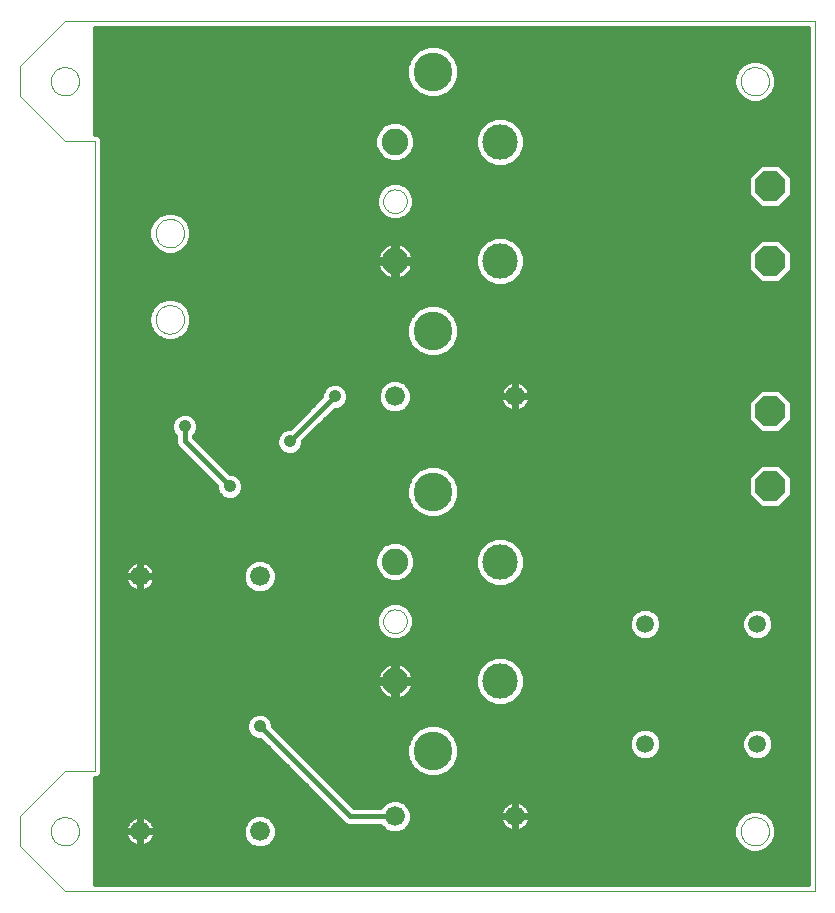
<source format=gbl>
G75*
G70*
%OFA0B0*%
%FSLAX24Y24*%
%IPPOS*%
%LPD*%
%AMOC8*
5,1,8,0,0,1.08239X$1,22.5*
%
%ADD10C,0.0000*%
%ADD11C,0.0886*%
%ADD12C,0.1286*%
%ADD13C,0.1181*%
%ADD14C,0.0660*%
%ADD15C,0.0591*%
%ADD16OC8,0.1000*%
%ADD17C,0.0416*%
%ADD18C,0.0160*%
D10*
X003465Y001682D02*
X003465Y002682D01*
X004965Y004182D01*
X005965Y004182D01*
X005965Y025182D01*
X004965Y025182D01*
X003465Y026682D01*
X003465Y027682D01*
X004965Y029182D01*
X029965Y029182D01*
X029965Y000182D01*
X004965Y000182D01*
X003465Y001682D01*
X004493Y002182D02*
X004495Y002225D01*
X004501Y002267D01*
X004511Y002309D01*
X004524Y002350D01*
X004541Y002390D01*
X004562Y002427D01*
X004586Y002463D01*
X004613Y002496D01*
X004643Y002527D01*
X004676Y002555D01*
X004711Y002580D01*
X004748Y002601D01*
X004787Y002619D01*
X004827Y002633D01*
X004869Y002644D01*
X004911Y002651D01*
X004954Y002654D01*
X004997Y002653D01*
X005040Y002648D01*
X005082Y002639D01*
X005123Y002627D01*
X005163Y002611D01*
X005201Y002591D01*
X005237Y002568D01*
X005271Y002541D01*
X005303Y002512D01*
X005331Y002480D01*
X005357Y002445D01*
X005379Y002409D01*
X005398Y002370D01*
X005413Y002330D01*
X005425Y002289D01*
X005433Y002246D01*
X005437Y002203D01*
X005437Y002161D01*
X005433Y002118D01*
X005425Y002075D01*
X005413Y002034D01*
X005398Y001994D01*
X005379Y001955D01*
X005357Y001919D01*
X005331Y001884D01*
X005303Y001852D01*
X005271Y001823D01*
X005237Y001796D01*
X005201Y001773D01*
X005163Y001753D01*
X005123Y001737D01*
X005082Y001725D01*
X005040Y001716D01*
X004997Y001711D01*
X004954Y001710D01*
X004911Y001713D01*
X004869Y001720D01*
X004827Y001731D01*
X004787Y001745D01*
X004748Y001763D01*
X004711Y001784D01*
X004676Y001809D01*
X004643Y001837D01*
X004613Y001868D01*
X004586Y001901D01*
X004562Y001937D01*
X004541Y001974D01*
X004524Y002014D01*
X004511Y002055D01*
X004501Y002097D01*
X004495Y002139D01*
X004493Y002182D01*
X015571Y009182D02*
X015573Y009221D01*
X015579Y009260D01*
X015589Y009298D01*
X015602Y009335D01*
X015619Y009370D01*
X015639Y009404D01*
X015663Y009435D01*
X015690Y009464D01*
X015719Y009490D01*
X015751Y009513D01*
X015785Y009533D01*
X015821Y009549D01*
X015858Y009561D01*
X015897Y009570D01*
X015936Y009575D01*
X015975Y009576D01*
X016014Y009573D01*
X016053Y009566D01*
X016090Y009555D01*
X016127Y009541D01*
X016162Y009523D01*
X016195Y009502D01*
X016226Y009477D01*
X016254Y009450D01*
X016279Y009420D01*
X016301Y009387D01*
X016320Y009353D01*
X016335Y009317D01*
X016347Y009279D01*
X016355Y009241D01*
X016359Y009202D01*
X016359Y009162D01*
X016355Y009123D01*
X016347Y009085D01*
X016335Y009047D01*
X016320Y009011D01*
X016301Y008977D01*
X016279Y008944D01*
X016254Y008914D01*
X016226Y008887D01*
X016195Y008862D01*
X016162Y008841D01*
X016127Y008823D01*
X016090Y008809D01*
X016053Y008798D01*
X016014Y008791D01*
X015975Y008788D01*
X015936Y008789D01*
X015897Y008794D01*
X015858Y008803D01*
X015821Y008815D01*
X015785Y008831D01*
X015751Y008851D01*
X015719Y008874D01*
X015690Y008900D01*
X015663Y008929D01*
X015639Y008960D01*
X015619Y008994D01*
X015602Y009029D01*
X015589Y009066D01*
X015579Y009104D01*
X015573Y009143D01*
X015571Y009182D01*
X007990Y019245D02*
X007992Y019288D01*
X007998Y019331D01*
X008008Y019373D01*
X008021Y019414D01*
X008038Y019454D01*
X008059Y019492D01*
X008083Y019528D01*
X008111Y019561D01*
X008141Y019592D01*
X008174Y019620D01*
X008209Y019645D01*
X008246Y019667D01*
X008286Y019685D01*
X008326Y019699D01*
X008368Y019710D01*
X008411Y019717D01*
X008454Y019720D01*
X008497Y019719D01*
X008540Y019714D01*
X008583Y019705D01*
X008624Y019693D01*
X008664Y019676D01*
X008702Y019656D01*
X008739Y019633D01*
X008773Y019607D01*
X008805Y019577D01*
X008833Y019545D01*
X008859Y019510D01*
X008882Y019473D01*
X008901Y019434D01*
X008916Y019394D01*
X008928Y019352D01*
X008936Y019310D01*
X008940Y019267D01*
X008940Y019223D01*
X008936Y019180D01*
X008928Y019138D01*
X008916Y019096D01*
X008901Y019056D01*
X008882Y019017D01*
X008859Y018980D01*
X008833Y018945D01*
X008805Y018913D01*
X008773Y018883D01*
X008739Y018857D01*
X008703Y018834D01*
X008664Y018814D01*
X008624Y018797D01*
X008583Y018785D01*
X008540Y018776D01*
X008497Y018771D01*
X008454Y018770D01*
X008411Y018773D01*
X008368Y018780D01*
X008326Y018791D01*
X008286Y018805D01*
X008246Y018823D01*
X008209Y018845D01*
X008174Y018870D01*
X008141Y018898D01*
X008111Y018929D01*
X008083Y018962D01*
X008059Y018998D01*
X008038Y019036D01*
X008021Y019076D01*
X008008Y019117D01*
X007998Y019159D01*
X007992Y019202D01*
X007990Y019245D01*
X007990Y022119D02*
X007992Y022162D01*
X007998Y022205D01*
X008008Y022247D01*
X008021Y022288D01*
X008038Y022328D01*
X008059Y022366D01*
X008083Y022402D01*
X008111Y022435D01*
X008141Y022466D01*
X008174Y022494D01*
X008209Y022519D01*
X008246Y022541D01*
X008286Y022559D01*
X008326Y022573D01*
X008368Y022584D01*
X008411Y022591D01*
X008454Y022594D01*
X008497Y022593D01*
X008540Y022588D01*
X008583Y022579D01*
X008624Y022567D01*
X008664Y022550D01*
X008702Y022530D01*
X008739Y022507D01*
X008773Y022481D01*
X008805Y022451D01*
X008833Y022419D01*
X008859Y022384D01*
X008882Y022347D01*
X008901Y022308D01*
X008916Y022268D01*
X008928Y022226D01*
X008936Y022184D01*
X008940Y022141D01*
X008940Y022097D01*
X008936Y022054D01*
X008928Y022012D01*
X008916Y021970D01*
X008901Y021930D01*
X008882Y021891D01*
X008859Y021854D01*
X008833Y021819D01*
X008805Y021787D01*
X008773Y021757D01*
X008739Y021731D01*
X008703Y021708D01*
X008664Y021688D01*
X008624Y021671D01*
X008583Y021659D01*
X008540Y021650D01*
X008497Y021645D01*
X008454Y021644D01*
X008411Y021647D01*
X008368Y021654D01*
X008326Y021665D01*
X008286Y021679D01*
X008246Y021697D01*
X008209Y021719D01*
X008174Y021744D01*
X008141Y021772D01*
X008111Y021803D01*
X008083Y021836D01*
X008059Y021872D01*
X008038Y021910D01*
X008021Y021950D01*
X008008Y021991D01*
X007998Y022033D01*
X007992Y022076D01*
X007990Y022119D01*
X004493Y027182D02*
X004495Y027225D01*
X004501Y027267D01*
X004511Y027309D01*
X004524Y027350D01*
X004541Y027390D01*
X004562Y027427D01*
X004586Y027463D01*
X004613Y027496D01*
X004643Y027527D01*
X004676Y027555D01*
X004711Y027580D01*
X004748Y027601D01*
X004787Y027619D01*
X004827Y027633D01*
X004869Y027644D01*
X004911Y027651D01*
X004954Y027654D01*
X004997Y027653D01*
X005040Y027648D01*
X005082Y027639D01*
X005123Y027627D01*
X005163Y027611D01*
X005201Y027591D01*
X005237Y027568D01*
X005271Y027541D01*
X005303Y027512D01*
X005331Y027480D01*
X005357Y027445D01*
X005379Y027409D01*
X005398Y027370D01*
X005413Y027330D01*
X005425Y027289D01*
X005433Y027246D01*
X005437Y027203D01*
X005437Y027161D01*
X005433Y027118D01*
X005425Y027075D01*
X005413Y027034D01*
X005398Y026994D01*
X005379Y026955D01*
X005357Y026919D01*
X005331Y026884D01*
X005303Y026852D01*
X005271Y026823D01*
X005237Y026796D01*
X005201Y026773D01*
X005163Y026753D01*
X005123Y026737D01*
X005082Y026725D01*
X005040Y026716D01*
X004997Y026711D01*
X004954Y026710D01*
X004911Y026713D01*
X004869Y026720D01*
X004827Y026731D01*
X004787Y026745D01*
X004748Y026763D01*
X004711Y026784D01*
X004676Y026809D01*
X004643Y026837D01*
X004613Y026868D01*
X004586Y026901D01*
X004562Y026937D01*
X004541Y026974D01*
X004524Y027014D01*
X004511Y027055D01*
X004501Y027097D01*
X004495Y027139D01*
X004493Y027182D01*
X015571Y023182D02*
X015573Y023221D01*
X015579Y023260D01*
X015589Y023298D01*
X015602Y023335D01*
X015619Y023370D01*
X015639Y023404D01*
X015663Y023435D01*
X015690Y023464D01*
X015719Y023490D01*
X015751Y023513D01*
X015785Y023533D01*
X015821Y023549D01*
X015858Y023561D01*
X015897Y023570D01*
X015936Y023575D01*
X015975Y023576D01*
X016014Y023573D01*
X016053Y023566D01*
X016090Y023555D01*
X016127Y023541D01*
X016162Y023523D01*
X016195Y023502D01*
X016226Y023477D01*
X016254Y023450D01*
X016279Y023420D01*
X016301Y023387D01*
X016320Y023353D01*
X016335Y023317D01*
X016347Y023279D01*
X016355Y023241D01*
X016359Y023202D01*
X016359Y023162D01*
X016355Y023123D01*
X016347Y023085D01*
X016335Y023047D01*
X016320Y023011D01*
X016301Y022977D01*
X016279Y022944D01*
X016254Y022914D01*
X016226Y022887D01*
X016195Y022862D01*
X016162Y022841D01*
X016127Y022823D01*
X016090Y022809D01*
X016053Y022798D01*
X016014Y022791D01*
X015975Y022788D01*
X015936Y022789D01*
X015897Y022794D01*
X015858Y022803D01*
X015821Y022815D01*
X015785Y022831D01*
X015751Y022851D01*
X015719Y022874D01*
X015690Y022900D01*
X015663Y022929D01*
X015639Y022960D01*
X015619Y022994D01*
X015602Y023029D01*
X015589Y023066D01*
X015579Y023104D01*
X015573Y023143D01*
X015571Y023182D01*
X027493Y027182D02*
X027495Y027225D01*
X027501Y027267D01*
X027511Y027309D01*
X027524Y027350D01*
X027541Y027390D01*
X027562Y027427D01*
X027586Y027463D01*
X027613Y027496D01*
X027643Y027527D01*
X027676Y027555D01*
X027711Y027580D01*
X027748Y027601D01*
X027787Y027619D01*
X027827Y027633D01*
X027869Y027644D01*
X027911Y027651D01*
X027954Y027654D01*
X027997Y027653D01*
X028040Y027648D01*
X028082Y027639D01*
X028123Y027627D01*
X028163Y027611D01*
X028201Y027591D01*
X028237Y027568D01*
X028271Y027541D01*
X028303Y027512D01*
X028331Y027480D01*
X028357Y027445D01*
X028379Y027409D01*
X028398Y027370D01*
X028413Y027330D01*
X028425Y027289D01*
X028433Y027246D01*
X028437Y027203D01*
X028437Y027161D01*
X028433Y027118D01*
X028425Y027075D01*
X028413Y027034D01*
X028398Y026994D01*
X028379Y026955D01*
X028357Y026919D01*
X028331Y026884D01*
X028303Y026852D01*
X028271Y026823D01*
X028237Y026796D01*
X028201Y026773D01*
X028163Y026753D01*
X028123Y026737D01*
X028082Y026725D01*
X028040Y026716D01*
X027997Y026711D01*
X027954Y026710D01*
X027911Y026713D01*
X027869Y026720D01*
X027827Y026731D01*
X027787Y026745D01*
X027748Y026763D01*
X027711Y026784D01*
X027676Y026809D01*
X027643Y026837D01*
X027613Y026868D01*
X027586Y026901D01*
X027562Y026937D01*
X027541Y026974D01*
X027524Y027014D01*
X027511Y027055D01*
X027501Y027097D01*
X027495Y027139D01*
X027493Y027182D01*
X027493Y002182D02*
X027495Y002225D01*
X027501Y002267D01*
X027511Y002309D01*
X027524Y002350D01*
X027541Y002390D01*
X027562Y002427D01*
X027586Y002463D01*
X027613Y002496D01*
X027643Y002527D01*
X027676Y002555D01*
X027711Y002580D01*
X027748Y002601D01*
X027787Y002619D01*
X027827Y002633D01*
X027869Y002644D01*
X027911Y002651D01*
X027954Y002654D01*
X027997Y002653D01*
X028040Y002648D01*
X028082Y002639D01*
X028123Y002627D01*
X028163Y002611D01*
X028201Y002591D01*
X028237Y002568D01*
X028271Y002541D01*
X028303Y002512D01*
X028331Y002480D01*
X028357Y002445D01*
X028379Y002409D01*
X028398Y002370D01*
X028413Y002330D01*
X028425Y002289D01*
X028433Y002246D01*
X028437Y002203D01*
X028437Y002161D01*
X028433Y002118D01*
X028425Y002075D01*
X028413Y002034D01*
X028398Y001994D01*
X028379Y001955D01*
X028357Y001919D01*
X028331Y001884D01*
X028303Y001852D01*
X028271Y001823D01*
X028237Y001796D01*
X028201Y001773D01*
X028163Y001753D01*
X028123Y001737D01*
X028082Y001725D01*
X028040Y001716D01*
X027997Y001711D01*
X027954Y001710D01*
X027911Y001713D01*
X027869Y001720D01*
X027827Y001731D01*
X027787Y001745D01*
X027748Y001763D01*
X027711Y001784D01*
X027676Y001809D01*
X027643Y001837D01*
X027613Y001868D01*
X027586Y001901D01*
X027562Y001937D01*
X027541Y001974D01*
X027524Y002014D01*
X027511Y002055D01*
X027501Y002097D01*
X027495Y002139D01*
X027493Y002182D01*
D11*
X015965Y007198D03*
X015965Y011166D03*
X015965Y021198D03*
X015965Y025166D03*
D12*
X017232Y027503D03*
X017232Y018861D03*
X017232Y013503D03*
X017232Y004861D03*
D13*
X019469Y007198D03*
X019469Y011166D03*
X019469Y021198D03*
X019469Y025166D03*
D14*
X019965Y016682D03*
X015965Y016682D03*
X011465Y010682D03*
X007465Y010682D03*
X007465Y002182D03*
X011465Y002182D03*
X015965Y002682D03*
X019965Y002682D03*
D15*
X024299Y005091D03*
X028039Y005091D03*
X028039Y009091D03*
X024299Y009091D03*
D16*
X028465Y013682D03*
X028465Y016182D03*
X028465Y021182D03*
X028465Y023682D03*
D17*
X013965Y016682D03*
X012465Y015182D03*
X010465Y013682D03*
X008965Y015682D03*
X012465Y019182D03*
X012965Y025182D03*
X008965Y025182D03*
X011465Y005682D03*
D18*
X014465Y002682D01*
X015965Y002682D01*
X016380Y003072D02*
X019634Y003072D01*
X019632Y003071D02*
X019576Y003014D01*
X019528Y002949D01*
X019492Y002878D01*
X019467Y002801D01*
X019455Y002722D01*
X019455Y002712D01*
X019934Y002712D01*
X019934Y002652D01*
X019455Y002652D01*
X019455Y002642D01*
X019467Y002562D01*
X019492Y002486D01*
X019528Y002415D01*
X019576Y002350D01*
X019632Y002293D01*
X019697Y002246D01*
X019769Y002209D01*
X019845Y002184D01*
X019924Y002172D01*
X019934Y002172D01*
X019934Y002652D01*
X019995Y002652D01*
X019995Y002712D01*
X020475Y002712D01*
X020475Y002722D01*
X020462Y002801D01*
X020437Y002878D01*
X020401Y002949D01*
X020354Y003014D01*
X020297Y003071D01*
X020232Y003118D01*
X020160Y003154D01*
X020084Y003179D01*
X020005Y003192D01*
X019995Y003192D01*
X019995Y002712D01*
X019934Y002712D01*
X019934Y003192D01*
X019924Y003192D01*
X019845Y003179D01*
X019769Y003154D01*
X019697Y003118D01*
X019632Y003071D01*
X019510Y002914D02*
X016485Y002914D01*
X016448Y003005D02*
X016535Y002795D01*
X016535Y002568D01*
X016448Y002359D01*
X016287Y002199D01*
X016078Y002112D01*
X015851Y002112D01*
X015642Y002199D01*
X015481Y002359D01*
X015480Y002362D01*
X014401Y002362D01*
X014283Y002411D01*
X014193Y002501D01*
X011460Y005234D01*
X011375Y005234D01*
X011211Y005302D01*
X011085Y005428D01*
X011017Y005593D01*
X011017Y005771D01*
X011085Y005936D01*
X011211Y006061D01*
X011375Y006130D01*
X011554Y006130D01*
X011718Y006061D01*
X011844Y005936D01*
X011912Y005771D01*
X011912Y005687D01*
X014597Y003002D01*
X015480Y003002D01*
X015481Y003005D01*
X015642Y003165D01*
X015851Y003252D01*
X016078Y003252D01*
X016287Y003165D01*
X016448Y003005D01*
X016535Y002755D02*
X019460Y002755D01*
X019462Y002597D02*
X016535Y002597D01*
X016481Y002438D02*
X019516Y002438D01*
X019651Y002280D02*
X016368Y002280D01*
X016100Y002121D02*
X027252Y002121D01*
X027252Y002040D02*
X027252Y002324D01*
X027361Y002585D01*
X027561Y002786D01*
X027823Y002894D01*
X028106Y002894D01*
X028368Y002786D01*
X028569Y002585D01*
X028677Y002324D01*
X028677Y002040D01*
X028569Y001778D01*
X028368Y001578D01*
X028106Y001469D01*
X027823Y001469D01*
X027561Y001578D01*
X027361Y001778D01*
X027252Y002040D01*
X027284Y001963D02*
X011991Y001963D01*
X011948Y001859D02*
X012035Y002068D01*
X012035Y002295D01*
X011948Y002505D01*
X011787Y002665D01*
X011578Y002752D01*
X011351Y002752D01*
X011142Y002665D01*
X010981Y002505D01*
X010895Y002295D01*
X010895Y002068D01*
X010981Y001859D01*
X011142Y001699D01*
X011351Y001612D01*
X011578Y001612D01*
X011787Y001699D01*
X011948Y001859D01*
X011893Y001804D02*
X027350Y001804D01*
X027493Y001645D02*
X011659Y001645D01*
X011270Y001645D02*
X005965Y001645D01*
X005965Y001487D02*
X027781Y001487D01*
X028148Y001487D02*
X029725Y001487D01*
X029725Y001645D02*
X028436Y001645D01*
X028579Y001804D02*
X029725Y001804D01*
X029725Y001963D02*
X028645Y001963D01*
X028677Y002121D02*
X029725Y002121D01*
X029725Y002280D02*
X028677Y002280D01*
X028630Y002438D02*
X029725Y002438D01*
X029725Y002597D02*
X028557Y002597D01*
X028399Y002755D02*
X029725Y002755D01*
X029725Y002914D02*
X020419Y002914D01*
X020469Y002755D02*
X027530Y002755D01*
X027372Y002597D02*
X020467Y002597D01*
X020462Y002562D02*
X020475Y002642D01*
X020475Y002652D01*
X019995Y002652D01*
X019995Y002172D01*
X020005Y002172D01*
X020084Y002184D01*
X020160Y002209D01*
X020232Y002246D01*
X020297Y002293D01*
X020354Y002350D01*
X020401Y002415D01*
X020437Y002486D01*
X020462Y002562D01*
X020413Y002438D02*
X027300Y002438D01*
X027252Y002280D02*
X020279Y002280D01*
X019995Y002280D02*
X019934Y002280D01*
X019934Y002438D02*
X019995Y002438D01*
X019995Y002597D02*
X019934Y002597D01*
X019934Y002755D02*
X019995Y002755D01*
X019995Y002914D02*
X019934Y002914D01*
X019934Y003072D02*
X019995Y003072D01*
X020295Y003072D02*
X029725Y003072D01*
X029725Y003231D02*
X016129Y003231D01*
X015801Y003231D02*
X014368Y003231D01*
X014210Y003389D02*
X029725Y003389D01*
X029725Y003548D02*
X014051Y003548D01*
X013892Y003707D02*
X029725Y003707D01*
X029725Y003865D02*
X013734Y003865D01*
X013575Y004024D02*
X016947Y004024D01*
X017057Y003978D02*
X017408Y003978D01*
X017732Y004113D01*
X017981Y004361D01*
X018115Y004685D01*
X018115Y005037D01*
X017981Y005361D01*
X017732Y005609D01*
X017408Y005744D01*
X017057Y005744D01*
X016732Y005609D01*
X011990Y005609D01*
X011912Y005768D02*
X029725Y005768D01*
X029725Y005926D02*
X011848Y005926D01*
X011662Y006085D02*
X029725Y006085D01*
X029725Y006243D02*
X006205Y006243D01*
X006205Y006085D02*
X011267Y006085D01*
X011081Y005926D02*
X006205Y005926D01*
X006205Y005768D02*
X011017Y005768D01*
X011017Y005609D02*
X006205Y005609D01*
X006205Y005451D02*
X011076Y005451D01*
X011236Y005292D02*
X006205Y005292D01*
X006205Y005133D02*
X011560Y005133D01*
X011719Y004975D02*
X006205Y004975D01*
X006205Y004816D02*
X011878Y004816D01*
X012036Y004658D02*
X006205Y004658D01*
X006205Y004499D02*
X012195Y004499D01*
X012353Y004341D02*
X006205Y004341D01*
X006205Y004182D02*
X012512Y004182D01*
X012670Y004024D02*
X006146Y004024D01*
X006168Y004046D02*
X006205Y004134D01*
X006205Y025134D01*
X006205Y025230D01*
X006168Y025318D01*
X006101Y025385D01*
X006012Y025422D01*
X005965Y025422D01*
X005965Y028942D01*
X029725Y028942D01*
X029725Y000422D01*
X005965Y000422D01*
X005965Y003942D01*
X006012Y003942D01*
X006101Y003978D01*
X006168Y004046D01*
X005965Y003865D02*
X012829Y003865D01*
X012987Y003707D02*
X005965Y003707D01*
X005965Y003548D02*
X013146Y003548D01*
X013304Y003389D02*
X005965Y003389D01*
X005965Y003231D02*
X013463Y003231D01*
X013621Y003072D02*
X005965Y003072D01*
X005965Y002914D02*
X013780Y002914D01*
X013939Y002755D02*
X005965Y002755D01*
X005965Y002597D02*
X007168Y002597D01*
X007197Y002618D02*
X007132Y002571D01*
X007076Y002514D01*
X007028Y002449D01*
X006992Y002378D01*
X006967Y002301D01*
X006955Y002222D01*
X006955Y002212D01*
X007434Y002212D01*
X007434Y002152D01*
X006955Y002152D01*
X006955Y002142D01*
X006967Y002062D01*
X006992Y001986D01*
X007028Y001915D01*
X007076Y001850D01*
X007132Y001793D01*
X007197Y001746D01*
X007269Y001709D01*
X007345Y001684D01*
X007424Y001672D01*
X007434Y001672D01*
X007434Y002152D01*
X007495Y002152D01*
X007495Y002212D01*
X007975Y002212D01*
X007975Y002222D01*
X007962Y002301D01*
X007937Y002378D01*
X007901Y002449D01*
X007854Y002514D01*
X007797Y002571D01*
X007732Y002618D01*
X007660Y002654D01*
X007584Y002679D01*
X007505Y002692D01*
X007495Y002692D01*
X007495Y002212D01*
X007434Y002212D01*
X007434Y002692D01*
X007424Y002692D01*
X007345Y002679D01*
X007269Y002654D01*
X007197Y002618D01*
X007434Y002597D02*
X007495Y002597D01*
X007495Y002438D02*
X007434Y002438D01*
X007434Y002280D02*
X007495Y002280D01*
X007495Y002152D02*
X007975Y002152D01*
X007975Y002142D01*
X007962Y002062D01*
X007937Y001986D01*
X007901Y001915D01*
X007854Y001850D01*
X007797Y001793D01*
X007732Y001746D01*
X007660Y001709D01*
X007584Y001684D01*
X007505Y001672D01*
X007495Y001672D01*
X007495Y002152D01*
X007495Y002121D02*
X007434Y002121D01*
X007434Y001963D02*
X007495Y001963D01*
X007495Y001804D02*
X007434Y001804D01*
X007121Y001804D02*
X005965Y001804D01*
X005965Y001963D02*
X007004Y001963D01*
X006958Y002121D02*
X005965Y002121D01*
X005965Y002280D02*
X006964Y002280D01*
X007023Y002438D02*
X005965Y002438D01*
X005965Y001328D02*
X029725Y001328D01*
X029725Y001170D02*
X005965Y001170D01*
X005965Y001011D02*
X029725Y001011D01*
X029725Y000853D02*
X005965Y000853D01*
X005965Y000694D02*
X029725Y000694D01*
X029725Y000536D02*
X005965Y000536D01*
X007808Y001804D02*
X011036Y001804D01*
X010938Y001963D02*
X007925Y001963D01*
X007971Y002121D02*
X010895Y002121D01*
X010895Y002280D02*
X007965Y002280D01*
X007906Y002438D02*
X010954Y002438D01*
X011073Y002597D02*
X007761Y002597D01*
X011856Y002597D02*
X014097Y002597D01*
X014256Y002438D02*
X011975Y002438D01*
X012035Y002280D02*
X015561Y002280D01*
X015829Y002121D02*
X012035Y002121D01*
X013417Y004182D02*
X016662Y004182D01*
X016732Y004113D02*
X017057Y003978D01*
X016732Y004113D02*
X016484Y004361D01*
X016349Y004685D01*
X016349Y005037D01*
X016484Y005361D01*
X016732Y005609D01*
X016573Y005451D02*
X012148Y005451D01*
X012307Y005292D02*
X016455Y005292D01*
X016389Y005133D02*
X012466Y005133D01*
X012624Y004975D02*
X016349Y004975D01*
X016349Y004816D02*
X012783Y004816D01*
X012941Y004658D02*
X016361Y004658D01*
X016426Y004499D02*
X013100Y004499D01*
X013258Y004341D02*
X016504Y004341D01*
X017518Y004024D02*
X029725Y004024D01*
X029725Y004182D02*
X017802Y004182D01*
X017961Y004341D02*
X029725Y004341D01*
X029725Y004499D02*
X018038Y004499D01*
X018104Y004658D02*
X023976Y004658D01*
X023996Y004638D02*
X024193Y004556D01*
X024406Y004556D01*
X024602Y004638D01*
X024753Y004788D01*
X024834Y004985D01*
X024834Y005198D01*
X024753Y005395D01*
X024602Y005545D01*
X024406Y005627D01*
X024193Y005627D01*
X023996Y005545D01*
X023845Y005395D01*
X023764Y005198D01*
X023764Y004985D01*
X023845Y004788D01*
X023996Y004638D01*
X023834Y004816D02*
X018115Y004816D01*
X018115Y004975D02*
X023768Y004975D01*
X023764Y005133D02*
X018075Y005133D01*
X018009Y005292D02*
X023803Y005292D01*
X023901Y005451D02*
X017891Y005451D01*
X017733Y005609D02*
X024150Y005609D01*
X024448Y005609D02*
X027891Y005609D01*
X027933Y005627D02*
X027736Y005545D01*
X027586Y005395D01*
X027504Y005198D01*
X027504Y004985D01*
X027586Y004788D01*
X027736Y004638D01*
X027933Y004556D01*
X028146Y004556D01*
X028343Y004638D01*
X028493Y004788D01*
X028575Y004985D01*
X028575Y005198D01*
X028493Y005395D01*
X028343Y005545D01*
X028146Y005627D01*
X027933Y005627D01*
X028188Y005609D02*
X029725Y005609D01*
X029725Y005451D02*
X028437Y005451D01*
X028536Y005292D02*
X029725Y005292D01*
X029725Y005133D02*
X028575Y005133D01*
X028570Y004975D02*
X029725Y004975D01*
X029725Y004816D02*
X028505Y004816D01*
X028363Y004658D02*
X029725Y004658D01*
X029725Y006402D02*
X019717Y006402D01*
X019634Y006367D02*
X019939Y006494D01*
X020173Y006727D01*
X020299Y007032D01*
X020299Y007363D01*
X020173Y007668D01*
X019939Y007902D01*
X019634Y008028D01*
X019303Y008028D01*
X018998Y007902D01*
X018764Y007668D01*
X018638Y007363D01*
X018638Y007032D01*
X018764Y006727D01*
X018998Y006494D01*
X019303Y006367D01*
X019634Y006367D01*
X020006Y006560D02*
X029725Y006560D01*
X029725Y006719D02*
X020164Y006719D01*
X020235Y006877D02*
X029725Y006877D01*
X029725Y007036D02*
X020299Y007036D01*
X020299Y007194D02*
X029725Y007194D01*
X029725Y007353D02*
X020299Y007353D01*
X020237Y007512D02*
X029725Y007512D01*
X029725Y007670D02*
X020171Y007670D01*
X020012Y007829D02*
X029725Y007829D01*
X029725Y007987D02*
X019733Y007987D01*
X019204Y007987D02*
X006205Y007987D01*
X006205Y007829D02*
X018925Y007829D01*
X018766Y007670D02*
X016373Y007670D01*
X016370Y007673D02*
X016291Y007730D01*
X016204Y007775D01*
X016110Y007805D01*
X016032Y007818D01*
X016032Y007266D01*
X015897Y007266D01*
X015897Y007818D01*
X015819Y007805D01*
X015725Y007775D01*
X015638Y007730D01*
X015559Y007673D01*
X015489Y007603D01*
X015432Y007524D01*
X015387Y007437D01*
X015357Y007344D01*
X015345Y007265D01*
X015897Y007265D01*
X015897Y007130D01*
X016032Y007130D01*
X016032Y006578D01*
X016110Y006590D01*
X016204Y006620D01*
X016291Y006665D01*
X016370Y006722D01*
X016440Y006792D01*
X016497Y006871D01*
X016542Y006959D01*
X016572Y007052D01*
X016584Y007130D01*
X016032Y007130D01*
X016032Y007265D01*
X016584Y007265D01*
X016572Y007344D01*
X016542Y007437D01*
X016497Y007524D01*
X016440Y007603D01*
X016370Y007673D01*
X016504Y007512D02*
X018700Y007512D01*
X018638Y007353D02*
X016569Y007353D01*
X016567Y007036D02*
X018638Y007036D01*
X018638Y007194D02*
X016032Y007194D01*
X015897Y007194D02*
X006205Y007194D01*
X006205Y007036D02*
X015362Y007036D01*
X015357Y007052D02*
X015387Y006959D01*
X015432Y006871D01*
X015489Y006792D01*
X015559Y006722D01*
X015638Y006665D01*
X015725Y006620D01*
X015819Y006590D01*
X015897Y006578D01*
X015897Y007130D01*
X015345Y007130D01*
X015357Y007052D01*
X015429Y006877D02*
X006205Y006877D01*
X006205Y006719D02*
X015564Y006719D01*
X015897Y006719D02*
X016032Y006719D01*
X016032Y006877D02*
X015897Y006877D01*
X015897Y007036D02*
X016032Y007036D01*
X016032Y007353D02*
X015897Y007353D01*
X015897Y007512D02*
X016032Y007512D01*
X016032Y007670D02*
X015897Y007670D01*
X015556Y007670D02*
X006205Y007670D01*
X006205Y007512D02*
X015425Y007512D01*
X015360Y007353D02*
X006205Y007353D01*
X006205Y006560D02*
X018931Y006560D01*
X018773Y006719D02*
X016365Y006719D01*
X016500Y006877D02*
X018702Y006877D01*
X019220Y006402D02*
X006205Y006402D01*
X006205Y008146D02*
X029725Y008146D01*
X029725Y008304D02*
X006205Y008304D01*
X006205Y008463D02*
X029725Y008463D01*
X029725Y008621D02*
X028303Y008621D01*
X028343Y008638D02*
X028146Y008556D01*
X027933Y008556D01*
X027736Y008638D01*
X027586Y008788D01*
X027504Y008985D01*
X027504Y009198D01*
X027586Y009395D01*
X027736Y009545D01*
X027933Y009627D01*
X028146Y009627D01*
X028343Y009545D01*
X028493Y009395D01*
X028575Y009198D01*
X028575Y008985D01*
X028493Y008788D01*
X028343Y008638D01*
X028485Y008780D02*
X029725Y008780D01*
X029725Y008938D02*
X028555Y008938D01*
X028575Y009097D02*
X029725Y009097D01*
X029725Y009256D02*
X028551Y009256D01*
X028474Y009414D02*
X029725Y009414D01*
X029725Y009573D02*
X028276Y009573D01*
X027803Y009573D02*
X024536Y009573D01*
X024602Y009545D02*
X024406Y009627D01*
X024193Y009627D01*
X023996Y009545D01*
X023845Y009395D01*
X023764Y009198D01*
X023764Y008985D01*
X023845Y008788D01*
X023996Y008638D01*
X024193Y008556D01*
X024406Y008556D01*
X024602Y008638D01*
X024753Y008788D01*
X024834Y008985D01*
X024834Y009198D01*
X024753Y009395D01*
X024602Y009545D01*
X024733Y009414D02*
X027605Y009414D01*
X027528Y009256D02*
X024811Y009256D01*
X024834Y009097D02*
X027504Y009097D01*
X027523Y008938D02*
X024815Y008938D01*
X024745Y008780D02*
X027594Y008780D01*
X027775Y008621D02*
X024563Y008621D01*
X024035Y008621D02*
X016267Y008621D01*
X016324Y008645D02*
X016502Y008823D01*
X016598Y009056D01*
X016598Y009308D01*
X016502Y009541D01*
X016324Y009719D01*
X016091Y009816D01*
X015839Y009816D01*
X015606Y009719D01*
X015427Y009541D01*
X015331Y009308D01*
X015331Y009056D01*
X015427Y008823D01*
X015606Y008645D01*
X015839Y008548D01*
X016091Y008548D01*
X016324Y008645D01*
X016459Y008780D02*
X023854Y008780D01*
X023783Y008938D02*
X016550Y008938D01*
X016598Y009097D02*
X023764Y009097D01*
X023788Y009256D02*
X016598Y009256D01*
X016554Y009414D02*
X023865Y009414D01*
X024063Y009573D02*
X016470Y009573D01*
X016294Y009731D02*
X029725Y009731D01*
X029725Y009890D02*
X006205Y009890D01*
X006205Y010048D02*
X029725Y010048D01*
X029725Y010207D02*
X011796Y010207D01*
X011787Y010199D02*
X011948Y010359D01*
X012035Y010568D01*
X012035Y010795D01*
X011948Y011005D01*
X011787Y011165D01*
X011578Y011252D01*
X011351Y011252D01*
X011142Y011165D01*
X010981Y011005D01*
X010895Y010795D01*
X010895Y010568D01*
X010981Y010359D01*
X011142Y010199D01*
X011351Y010112D01*
X011578Y010112D01*
X011787Y010199D01*
X011950Y010365D02*
X019231Y010365D01*
X019303Y010336D02*
X018998Y010462D01*
X018764Y010696D01*
X018638Y011001D01*
X018638Y011331D01*
X018764Y011637D01*
X018998Y011870D01*
X019303Y011997D01*
X019634Y011997D01*
X019939Y011870D01*
X020173Y011637D01*
X020299Y011331D01*
X020299Y011001D01*
X020173Y010696D01*
X019939Y010462D01*
X019634Y010336D01*
X019303Y010336D01*
X019706Y010365D02*
X029725Y010365D01*
X029725Y010524D02*
X020001Y010524D01*
X020159Y010682D02*
X029725Y010682D01*
X029725Y010841D02*
X020233Y010841D01*
X020298Y011000D02*
X029725Y011000D01*
X029725Y011158D02*
X020299Y011158D01*
X020299Y011317D02*
X029725Y011317D01*
X029725Y011475D02*
X020239Y011475D01*
X020174Y011634D02*
X029725Y011634D01*
X029725Y011792D02*
X020017Y011792D01*
X019744Y011951D02*
X029725Y011951D01*
X029725Y012109D02*
X006205Y012109D01*
X006205Y011951D02*
X019193Y011951D01*
X018920Y011792D02*
X016237Y011792D01*
X016351Y011745D02*
X016100Y011849D01*
X015829Y011849D01*
X015578Y011745D01*
X015386Y011553D01*
X015282Y011302D01*
X015282Y011030D01*
X015386Y010779D01*
X015578Y010587D01*
X015829Y010483D01*
X016100Y010483D01*
X016351Y010587D01*
X016543Y010779D01*
X016647Y011030D01*
X016647Y011302D01*
X016543Y011553D01*
X016351Y011745D01*
X016463Y011634D02*
X018763Y011634D01*
X018698Y011475D02*
X016576Y011475D01*
X016641Y011317D02*
X018638Y011317D01*
X018638Y011158D02*
X016647Y011158D01*
X016635Y011000D02*
X018639Y011000D01*
X018704Y010841D02*
X016569Y010841D01*
X016447Y010682D02*
X018778Y010682D01*
X018936Y010524D02*
X016199Y010524D01*
X015731Y010524D02*
X012016Y010524D01*
X012035Y010682D02*
X015482Y010682D01*
X015360Y010841D02*
X012016Y010841D01*
X011950Y011000D02*
X015294Y011000D01*
X015282Y011158D02*
X011794Y011158D01*
X011135Y011158D02*
X007649Y011158D01*
X007660Y011154D02*
X007584Y011179D01*
X007505Y011192D01*
X007495Y011192D01*
X007495Y010712D01*
X007975Y010712D01*
X007975Y010722D01*
X007962Y010801D01*
X007937Y010878D01*
X007901Y010949D01*
X007854Y011014D01*
X007797Y011071D01*
X007732Y011118D01*
X007660Y011154D01*
X007495Y011158D02*
X007434Y011158D01*
X007434Y011192D02*
X007424Y011192D01*
X007345Y011179D01*
X007269Y011154D01*
X007197Y011118D01*
X007132Y011071D01*
X007076Y011014D01*
X007028Y010949D01*
X006992Y010878D01*
X006967Y010801D01*
X006955Y010722D01*
X006955Y010712D01*
X007434Y010712D01*
X007434Y010652D01*
X006955Y010652D01*
X006955Y010642D01*
X006967Y010562D01*
X006992Y010486D01*
X007028Y010415D01*
X007076Y010350D01*
X007132Y010293D01*
X007197Y010246D01*
X007269Y010209D01*
X007345Y010184D01*
X007424Y010172D01*
X007434Y010172D01*
X007434Y010652D01*
X007495Y010652D01*
X007495Y010712D01*
X007434Y010712D01*
X007434Y011192D01*
X007280Y011158D02*
X006205Y011158D01*
X006205Y011000D02*
X007065Y011000D01*
X006980Y010841D02*
X006205Y010841D01*
X006205Y010682D02*
X007434Y010682D01*
X007495Y010682D02*
X010895Y010682D01*
X010913Y010524D02*
X007949Y010524D01*
X007937Y010486D02*
X007962Y010562D01*
X007975Y010642D01*
X007975Y010652D01*
X007495Y010652D01*
X007495Y010172D01*
X007505Y010172D01*
X007584Y010184D01*
X007660Y010209D01*
X007732Y010246D01*
X007797Y010293D01*
X007854Y010350D01*
X007901Y010415D01*
X007937Y010486D01*
X007865Y010365D02*
X010979Y010365D01*
X011134Y010207D02*
X007653Y010207D01*
X007495Y010207D02*
X007434Y010207D01*
X007276Y010207D02*
X006205Y010207D01*
X006205Y010365D02*
X007064Y010365D01*
X006980Y010524D02*
X006205Y010524D01*
X006205Y011317D02*
X015288Y011317D01*
X015353Y011475D02*
X006205Y011475D01*
X006205Y011634D02*
X015466Y011634D01*
X015692Y011792D02*
X006205Y011792D01*
X006205Y012268D02*
X029725Y012268D01*
X029725Y012426D02*
X006205Y012426D01*
X006205Y012585D02*
X029725Y012585D01*
X029725Y012744D02*
X017706Y012744D01*
X017732Y012754D02*
X017981Y013003D01*
X018115Y013327D01*
X018115Y013678D01*
X017981Y014003D01*
X017732Y014251D01*
X017408Y014386D01*
X017057Y014386D01*
X016732Y014251D01*
X016484Y014003D01*
X016349Y013678D01*
X016349Y013327D01*
X016484Y013003D01*
X016732Y012754D01*
X017057Y012620D01*
X017408Y012620D01*
X017732Y012754D01*
X017880Y012902D02*
X029725Y012902D01*
X029725Y013061D02*
X028890Y013061D01*
X028771Y012942D02*
X029205Y013375D01*
X029205Y013988D01*
X028771Y014422D01*
X028158Y014422D01*
X027725Y013988D01*
X027725Y013375D01*
X028158Y012942D01*
X028771Y012942D01*
X029048Y013219D02*
X029725Y013219D01*
X029725Y013378D02*
X029205Y013378D01*
X029205Y013536D02*
X029725Y013536D01*
X029725Y013695D02*
X029205Y013695D01*
X029205Y013853D02*
X029725Y013853D01*
X029725Y014012D02*
X029181Y014012D01*
X029023Y014170D02*
X029725Y014170D01*
X029725Y014329D02*
X028864Y014329D01*
X028065Y014329D02*
X017545Y014329D01*
X017813Y014170D02*
X027907Y014170D01*
X027748Y014012D02*
X017972Y014012D01*
X018043Y013853D02*
X027725Y013853D01*
X027725Y013695D02*
X018108Y013695D01*
X018115Y013536D02*
X027725Y013536D01*
X027725Y013378D02*
X018115Y013378D01*
X018070Y013219D02*
X027881Y013219D01*
X028039Y013061D02*
X018005Y013061D01*
X016758Y012744D02*
X006205Y012744D01*
X006205Y012902D02*
X016584Y012902D01*
X016460Y013061D02*
X006205Y013061D01*
X006205Y013219D02*
X016394Y013219D01*
X016349Y013378D02*
X010794Y013378D01*
X010844Y013428D02*
X010718Y013302D01*
X010554Y013234D01*
X010375Y013234D01*
X010211Y013302D01*
X010085Y013428D01*
X010017Y013593D01*
X010017Y013677D01*
X008693Y015001D01*
X008645Y015118D01*
X008645Y015246D01*
X008645Y015369D01*
X008585Y015428D01*
X008517Y015593D01*
X008517Y015771D01*
X008585Y015936D01*
X008711Y016061D01*
X008875Y016130D01*
X009054Y016130D01*
X009218Y016061D01*
X009344Y015936D01*
X009412Y015771D01*
X009412Y015593D01*
X009344Y015428D01*
X009285Y015369D01*
X009285Y015314D01*
X010469Y014130D01*
X010554Y014130D01*
X010718Y014061D01*
X010844Y013936D01*
X010912Y013771D01*
X010912Y013593D01*
X010844Y013428D01*
X010889Y013536D02*
X016349Y013536D01*
X016356Y013695D02*
X010912Y013695D01*
X010878Y013853D02*
X016422Y013853D01*
X016493Y014012D02*
X010768Y014012D01*
X010429Y014170D02*
X016651Y014170D01*
X016920Y014329D02*
X010270Y014329D01*
X010111Y014487D02*
X029725Y014487D01*
X029725Y014646D02*
X009953Y014646D01*
X009794Y014805D02*
X012209Y014805D01*
X012211Y014802D02*
X012375Y014734D01*
X012554Y014734D01*
X012718Y014802D01*
X012844Y014928D01*
X012912Y015093D01*
X012912Y015177D01*
X013969Y016234D01*
X014054Y016234D01*
X014218Y016302D01*
X014344Y016428D01*
X014412Y016593D01*
X014412Y016771D01*
X014344Y016936D01*
X014218Y017061D01*
X014054Y017130D01*
X013875Y017130D01*
X013711Y017061D01*
X013585Y016936D01*
X013517Y016771D01*
X013517Y016687D01*
X012460Y015630D01*
X012375Y015630D01*
X012211Y015561D01*
X012085Y015436D01*
X012017Y015271D01*
X012017Y015093D01*
X012085Y014928D01*
X012211Y014802D01*
X012070Y014963D02*
X009636Y014963D01*
X009477Y015122D02*
X012017Y015122D01*
X012021Y015280D02*
X009319Y015280D01*
X009349Y015439D02*
X012088Y015439D01*
X012297Y015597D02*
X009412Y015597D01*
X009412Y015756D02*
X012586Y015756D01*
X012744Y015914D02*
X009353Y015914D01*
X009191Y016073D02*
X012903Y016073D01*
X013062Y016231D02*
X006205Y016231D01*
X006205Y016073D02*
X008739Y016073D01*
X008576Y015914D02*
X006205Y015914D01*
X006205Y015756D02*
X008517Y015756D01*
X008517Y015597D02*
X006205Y015597D01*
X006205Y015439D02*
X008581Y015439D01*
X008645Y015280D02*
X006205Y015280D01*
X006205Y015122D02*
X008645Y015122D01*
X008731Y014963D02*
X006205Y014963D01*
X006205Y014805D02*
X008889Y014805D01*
X009048Y014646D02*
X006205Y014646D01*
X006205Y014487D02*
X009206Y014487D01*
X009365Y014329D02*
X006205Y014329D01*
X006205Y014170D02*
X009523Y014170D01*
X009682Y014012D02*
X006205Y014012D01*
X006205Y013853D02*
X009841Y013853D01*
X009999Y013695D02*
X006205Y013695D01*
X006205Y013536D02*
X010040Y013536D01*
X010135Y013378D02*
X006205Y013378D01*
X007434Y011000D02*
X007495Y011000D01*
X007495Y010841D02*
X007434Y010841D01*
X007434Y010524D02*
X007495Y010524D01*
X007495Y010365D02*
X007434Y010365D01*
X007949Y010841D02*
X010914Y010841D01*
X010979Y011000D02*
X007864Y011000D01*
X006205Y009731D02*
X015635Y009731D01*
X015459Y009573D02*
X006205Y009573D01*
X006205Y009414D02*
X015375Y009414D01*
X015331Y009256D02*
X006205Y009256D01*
X006205Y009097D02*
X015331Y009097D01*
X015379Y008938D02*
X006205Y008938D01*
X006205Y008780D02*
X015470Y008780D01*
X015662Y008621D02*
X006205Y008621D01*
X010465Y013682D02*
X008965Y015182D01*
X008965Y015682D01*
X006205Y016390D02*
X013220Y016390D01*
X013379Y016549D02*
X006205Y016549D01*
X006205Y016707D02*
X013517Y016707D01*
X013556Y016866D02*
X006205Y016866D01*
X006205Y017024D02*
X013674Y017024D01*
X013965Y016682D02*
X012465Y015182D01*
X012721Y014805D02*
X029725Y014805D01*
X029725Y014963D02*
X012859Y014963D01*
X012912Y015122D02*
X029725Y015122D01*
X029725Y015280D02*
X013015Y015280D01*
X013174Y015439D02*
X029725Y015439D01*
X029725Y015597D02*
X028926Y015597D01*
X028771Y015442D02*
X029205Y015875D01*
X029205Y016488D01*
X028771Y016922D01*
X028158Y016922D01*
X027725Y016488D01*
X027725Y015875D01*
X028158Y015442D01*
X028771Y015442D01*
X029085Y015756D02*
X029725Y015756D01*
X029725Y015914D02*
X029205Y015914D01*
X029205Y016073D02*
X029725Y016073D01*
X029725Y016231D02*
X029205Y016231D01*
X029205Y016390D02*
X029725Y016390D01*
X029725Y016549D02*
X029144Y016549D01*
X028986Y016707D02*
X029725Y016707D01*
X029725Y016866D02*
X028827Y016866D01*
X028102Y016866D02*
X020441Y016866D01*
X020437Y016878D02*
X020401Y016949D01*
X020354Y017014D01*
X020297Y017071D01*
X020232Y017118D01*
X020160Y017154D01*
X020084Y017179D01*
X020005Y017192D01*
X019995Y017192D01*
X019995Y016712D01*
X020475Y016712D01*
X020475Y016722D01*
X020462Y016801D01*
X020437Y016878D01*
X020343Y017024D02*
X029725Y017024D01*
X029725Y017183D02*
X020062Y017183D01*
X019995Y017183D02*
X019934Y017183D01*
X019934Y017192D02*
X019924Y017192D01*
X019845Y017179D01*
X019769Y017154D01*
X019697Y017118D01*
X019632Y017071D01*
X019576Y017014D01*
X019528Y016949D01*
X019492Y016878D01*
X019467Y016801D01*
X019455Y016722D01*
X019455Y016712D01*
X019934Y016712D01*
X019934Y016652D01*
X019455Y016652D01*
X019455Y016642D01*
X019467Y016562D01*
X019492Y016486D01*
X019528Y016415D01*
X019576Y016350D01*
X019632Y016293D01*
X019697Y016246D01*
X019769Y016209D01*
X019845Y016184D01*
X019924Y016172D01*
X019934Y016172D01*
X019934Y016652D01*
X019995Y016652D01*
X019995Y016712D01*
X019934Y016712D01*
X019934Y017192D01*
X019867Y017183D02*
X016245Y017183D01*
X016287Y017165D02*
X016078Y017252D01*
X015851Y017252D01*
X015642Y017165D01*
X015481Y017005D01*
X015395Y016795D01*
X015395Y016568D01*
X015481Y016359D01*
X015642Y016199D01*
X015851Y016112D01*
X016078Y016112D01*
X016287Y016199D01*
X016448Y016359D01*
X016535Y016568D01*
X016535Y016795D01*
X016448Y017005D01*
X016287Y017165D01*
X016428Y017024D02*
X019586Y017024D01*
X019488Y016866D02*
X016505Y016866D01*
X016535Y016707D02*
X019934Y016707D01*
X019995Y016707D02*
X027943Y016707D01*
X027785Y016549D02*
X020457Y016549D01*
X020462Y016562D02*
X020475Y016642D01*
X020475Y016652D01*
X019995Y016652D01*
X019995Y016172D01*
X020005Y016172D01*
X020084Y016184D01*
X020160Y016209D01*
X020232Y016246D01*
X020297Y016293D01*
X020354Y016350D01*
X020401Y016415D01*
X020437Y016486D01*
X020462Y016562D01*
X020383Y016390D02*
X027725Y016390D01*
X027725Y016231D02*
X020204Y016231D01*
X019995Y016231D02*
X019934Y016231D01*
X019934Y016390D02*
X019995Y016390D01*
X019995Y016549D02*
X019934Y016549D01*
X019934Y016866D02*
X019995Y016866D01*
X019995Y017024D02*
X019934Y017024D01*
X019472Y016549D02*
X016526Y016549D01*
X016461Y016390D02*
X019546Y016390D01*
X019725Y016231D02*
X016320Y016231D01*
X015609Y016231D02*
X013967Y016231D01*
X013808Y016073D02*
X027725Y016073D01*
X027725Y015914D02*
X013650Y015914D01*
X013491Y015756D02*
X027844Y015756D01*
X028003Y015597D02*
X013333Y015597D01*
X014306Y016390D02*
X015468Y016390D01*
X015403Y016549D02*
X014394Y016549D01*
X014412Y016707D02*
X015395Y016707D01*
X015424Y016866D02*
X014373Y016866D01*
X014256Y017024D02*
X015501Y017024D01*
X015684Y017183D02*
X006205Y017183D01*
X006205Y017341D02*
X029725Y017341D01*
X029725Y017500D02*
X006205Y017500D01*
X006205Y017658D02*
X029725Y017658D01*
X029725Y017817D02*
X006205Y017817D01*
X006205Y017975D02*
X029725Y017975D01*
X029725Y018134D02*
X017754Y018134D01*
X017732Y018113D02*
X017981Y018361D01*
X018115Y018685D01*
X018115Y019037D01*
X017981Y019361D01*
X017732Y019609D01*
X017408Y019744D01*
X017057Y019744D01*
X016732Y019609D01*
X016484Y019361D01*
X016349Y019037D01*
X016349Y018685D01*
X016484Y018361D01*
X016732Y018113D01*
X017057Y017978D01*
X017408Y017978D01*
X017732Y018113D01*
X017912Y018293D02*
X029725Y018293D01*
X029725Y018451D02*
X018018Y018451D01*
X018084Y018610D02*
X029725Y018610D01*
X029725Y018768D02*
X018115Y018768D01*
X018115Y018927D02*
X029725Y018927D01*
X029725Y019085D02*
X018095Y019085D01*
X018029Y019244D02*
X029725Y019244D01*
X029725Y019402D02*
X017940Y019402D01*
X017781Y019561D02*
X029725Y019561D01*
X029725Y019719D02*
X017467Y019719D01*
X016998Y019719D02*
X009001Y019719D01*
X009071Y019650D02*
X008870Y019851D01*
X008607Y019960D01*
X008322Y019960D01*
X008060Y019851D01*
X007858Y019650D01*
X007750Y019387D01*
X007750Y019103D01*
X007858Y018840D01*
X008060Y018639D01*
X008322Y018530D01*
X008607Y018530D01*
X008870Y018639D01*
X009071Y018840D01*
X009180Y019103D01*
X009180Y019387D01*
X009071Y019650D01*
X009108Y019561D02*
X016684Y019561D01*
X016525Y019402D02*
X009173Y019402D01*
X009180Y019244D02*
X016435Y019244D01*
X016370Y019085D02*
X009172Y019085D01*
X009107Y018927D02*
X016349Y018927D01*
X016349Y018768D02*
X008999Y018768D01*
X008799Y018610D02*
X016381Y018610D01*
X016446Y018451D02*
X006205Y018451D01*
X006205Y018293D02*
X016552Y018293D01*
X016711Y018134D02*
X006205Y018134D01*
X006205Y018610D02*
X008130Y018610D01*
X007930Y018768D02*
X006205Y018768D01*
X006205Y018927D02*
X007822Y018927D01*
X007757Y019085D02*
X006205Y019085D01*
X006205Y019244D02*
X007750Y019244D01*
X007756Y019402D02*
X006205Y019402D01*
X006205Y019561D02*
X007822Y019561D01*
X007928Y019719D02*
X006205Y019719D01*
X006205Y019878D02*
X008125Y019878D01*
X008804Y019878D02*
X029725Y019878D01*
X029725Y020036D02*
X006205Y020036D01*
X006205Y020195D02*
X029725Y020195D01*
X029725Y020354D02*
X006205Y020354D01*
X006205Y020512D02*
X018979Y020512D01*
X018998Y020494D02*
X019303Y020367D01*
X019634Y020367D01*
X019939Y020494D01*
X020173Y020727D01*
X020299Y021032D01*
X020299Y021363D01*
X020173Y021668D01*
X019939Y021902D01*
X019634Y022028D01*
X019303Y022028D01*
X018998Y021902D01*
X018764Y021668D01*
X018638Y021363D01*
X018638Y021032D01*
X018764Y020727D01*
X018998Y020494D01*
X018821Y020671D02*
X016299Y020671D01*
X016291Y020665D02*
X016370Y020722D01*
X016440Y020792D01*
X016497Y020871D01*
X016542Y020959D01*
X016572Y021052D01*
X016584Y021130D01*
X016032Y021130D01*
X016032Y020578D01*
X016110Y020590D01*
X016204Y020620D01*
X016291Y020665D01*
X016467Y020829D02*
X018722Y020829D01*
X018656Y020988D02*
X016551Y020988D01*
X016584Y021265D02*
X016572Y021344D01*
X016542Y021437D01*
X016497Y021524D01*
X016440Y021603D01*
X016370Y021673D01*
X016291Y021730D01*
X016204Y021775D01*
X016110Y021805D01*
X016032Y021818D01*
X016032Y021266D01*
X015897Y021266D01*
X015897Y021818D01*
X015819Y021805D01*
X015725Y021775D01*
X015638Y021730D01*
X015559Y021673D01*
X015489Y021603D01*
X015432Y021524D01*
X015387Y021437D01*
X015357Y021344D01*
X015345Y021265D01*
X015897Y021265D01*
X015897Y021130D01*
X016032Y021130D01*
X016032Y021265D01*
X016584Y021265D01*
X016578Y021305D02*
X018638Y021305D01*
X018638Y021146D02*
X016032Y021146D01*
X015897Y021146D02*
X006205Y021146D01*
X006205Y020988D02*
X015378Y020988D01*
X015387Y020959D02*
X015432Y020871D01*
X015489Y020792D01*
X015559Y020722D01*
X015638Y020665D01*
X015725Y020620D01*
X015819Y020590D01*
X015897Y020578D01*
X015897Y021130D01*
X015345Y021130D01*
X015357Y021052D01*
X015387Y020959D01*
X015462Y020829D02*
X006205Y020829D01*
X006205Y020671D02*
X015630Y020671D01*
X015897Y020671D02*
X016032Y020671D01*
X016032Y020829D02*
X015897Y020829D01*
X015897Y020988D02*
X016032Y020988D01*
X016032Y021305D02*
X015897Y021305D01*
X015897Y021463D02*
X016032Y021463D01*
X016032Y021622D02*
X015897Y021622D01*
X015897Y021780D02*
X016032Y021780D01*
X016186Y021780D02*
X018877Y021780D01*
X018745Y021622D02*
X016421Y021622D01*
X016528Y021463D02*
X018680Y021463D01*
X019088Y021939D02*
X009164Y021939D01*
X009180Y021977D02*
X009071Y021714D01*
X008870Y021513D01*
X008607Y021404D01*
X008322Y021404D01*
X008060Y021513D01*
X007858Y021714D01*
X007750Y021977D01*
X007750Y022261D01*
X007858Y022524D01*
X008060Y022725D01*
X008322Y022834D01*
X008607Y022834D01*
X008870Y022725D01*
X009071Y022524D01*
X009180Y022261D01*
X009180Y021977D01*
X009180Y022098D02*
X029725Y022098D01*
X029725Y022256D02*
X009180Y022256D01*
X009116Y022415D02*
X029725Y022415D01*
X029725Y022573D02*
X016151Y022573D01*
X016091Y022548D02*
X016324Y022645D01*
X016502Y022823D01*
X016598Y023056D01*
X016598Y023308D01*
X016502Y023541D01*
X016324Y023719D01*
X016091Y023816D01*
X015839Y023816D01*
X015606Y023719D01*
X015427Y023541D01*
X015331Y023308D01*
X015331Y023056D01*
X015427Y022823D01*
X015606Y022645D01*
X015839Y022548D01*
X016091Y022548D01*
X015778Y022573D02*
X009021Y022573D01*
X008853Y022732D02*
X015519Y022732D01*
X015399Y022890D02*
X006205Y022890D01*
X006205Y022732D02*
X008076Y022732D01*
X007908Y022573D02*
X006205Y022573D01*
X006205Y022415D02*
X007813Y022415D01*
X007750Y022256D02*
X006205Y022256D01*
X006205Y022098D02*
X007750Y022098D01*
X007765Y021939D02*
X006205Y021939D01*
X006205Y021780D02*
X007831Y021780D01*
X007950Y021622D02*
X006205Y021622D01*
X006205Y021463D02*
X008179Y021463D01*
X008750Y021463D02*
X015401Y021463D01*
X015351Y021305D02*
X006205Y021305D01*
X006205Y023049D02*
X015334Y023049D01*
X015331Y023207D02*
X006205Y023207D01*
X006205Y023366D02*
X015355Y023366D01*
X015421Y023524D02*
X006205Y023524D01*
X006205Y023683D02*
X015569Y023683D01*
X016360Y023683D02*
X027725Y023683D01*
X027725Y023524D02*
X016509Y023524D01*
X016574Y023366D02*
X027734Y023366D01*
X027725Y023375D02*
X028158Y022942D01*
X028771Y022942D01*
X029205Y023375D01*
X029205Y023988D01*
X028771Y024422D01*
X028158Y024422D01*
X027725Y023988D01*
X027725Y023375D01*
X027893Y023207D02*
X016598Y023207D01*
X016595Y023049D02*
X028051Y023049D01*
X028878Y023049D02*
X029725Y023049D01*
X029725Y023207D02*
X029037Y023207D01*
X029195Y023366D02*
X029725Y023366D01*
X029725Y023524D02*
X029205Y023524D01*
X029205Y023683D02*
X029725Y023683D01*
X029725Y023842D02*
X029205Y023842D01*
X029193Y024000D02*
X029725Y024000D01*
X029725Y024159D02*
X029034Y024159D01*
X028876Y024317D02*
X029725Y024317D01*
X029725Y024476D02*
X019953Y024476D01*
X019939Y024462D02*
X020173Y024696D01*
X020299Y025001D01*
X020299Y025331D01*
X020173Y025637D01*
X019939Y025870D01*
X019634Y025997D01*
X019303Y025997D01*
X018998Y025870D01*
X018764Y025637D01*
X018638Y025331D01*
X018638Y025001D01*
X018764Y024696D01*
X018998Y024462D01*
X019303Y024336D01*
X019634Y024336D01*
X019939Y024462D01*
X020111Y024634D02*
X029725Y024634D01*
X029725Y024793D02*
X020213Y024793D01*
X020278Y024951D02*
X029725Y024951D01*
X029725Y025110D02*
X020299Y025110D01*
X020299Y025268D02*
X029725Y025268D01*
X029725Y025427D02*
X020259Y025427D01*
X020194Y025586D02*
X029725Y025586D01*
X029725Y025744D02*
X020065Y025744D01*
X019861Y025903D02*
X029725Y025903D01*
X029725Y026061D02*
X005965Y026061D01*
X005965Y025903D02*
X019076Y025903D01*
X018872Y025744D02*
X016352Y025744D01*
X016351Y025745D02*
X016100Y025849D01*
X015829Y025849D01*
X015578Y025745D01*
X015386Y025553D01*
X015282Y025302D01*
X015282Y025030D01*
X015386Y024779D01*
X015578Y024587D01*
X015829Y024483D01*
X016100Y024483D01*
X016351Y024587D01*
X016543Y024779D01*
X016647Y025030D01*
X016647Y025302D01*
X016543Y025553D01*
X016351Y025745D01*
X016511Y025586D02*
X018743Y025586D01*
X018678Y025427D02*
X016596Y025427D01*
X016647Y025268D02*
X018638Y025268D01*
X018638Y025110D02*
X016647Y025110D01*
X016615Y024951D02*
X018658Y024951D01*
X018724Y024793D02*
X016549Y024793D01*
X016398Y024634D02*
X018826Y024634D01*
X018984Y024476D02*
X006205Y024476D01*
X006205Y024634D02*
X015531Y024634D01*
X015380Y024793D02*
X006205Y024793D01*
X006205Y024951D02*
X015314Y024951D01*
X015282Y025110D02*
X006205Y025110D01*
X006188Y025268D02*
X015282Y025268D01*
X015333Y025427D02*
X005965Y025427D01*
X005965Y025586D02*
X015418Y025586D01*
X015577Y025744D02*
X005965Y025744D01*
X005965Y026220D02*
X029725Y026220D01*
X029725Y026378D02*
X005965Y026378D01*
X005965Y026537D02*
X027660Y026537D01*
X027561Y026578D02*
X027823Y026469D01*
X028106Y026469D01*
X028368Y026578D01*
X028569Y026778D01*
X028677Y027040D01*
X028677Y027324D01*
X028569Y027585D01*
X028368Y027786D01*
X028106Y027894D01*
X027823Y027894D01*
X027561Y027786D01*
X027361Y027585D01*
X027252Y027324D01*
X027252Y027040D01*
X027361Y026778D01*
X027561Y026578D01*
X027444Y026695D02*
X017590Y026695D01*
X017732Y026754D02*
X017408Y026620D01*
X017057Y026620D01*
X016732Y026754D01*
X016484Y027003D01*
X016349Y027327D01*
X016349Y027678D01*
X016484Y028003D01*
X016732Y028251D01*
X017057Y028386D01*
X017408Y028386D01*
X017732Y028251D01*
X017981Y028003D01*
X018115Y027678D01*
X018115Y027327D01*
X017981Y027003D01*
X017732Y026754D01*
X017832Y026854D02*
X027329Y026854D01*
X027264Y027012D02*
X017985Y027012D01*
X018050Y027171D02*
X027252Y027171D01*
X027255Y027329D02*
X018115Y027329D01*
X018115Y027488D02*
X027320Y027488D01*
X027422Y027647D02*
X018115Y027647D01*
X018063Y027805D02*
X027608Y027805D01*
X028322Y027805D02*
X029725Y027805D01*
X029725Y027647D02*
X028507Y027647D01*
X028609Y027488D02*
X029725Y027488D01*
X029725Y027329D02*
X028675Y027329D01*
X028677Y027171D02*
X029725Y027171D01*
X029725Y027012D02*
X028665Y027012D01*
X028600Y026854D02*
X029725Y026854D01*
X029725Y026695D02*
X028486Y026695D01*
X028269Y026537D02*
X029725Y026537D01*
X029725Y027964D02*
X017997Y027964D01*
X017861Y028122D02*
X029725Y028122D01*
X029725Y028281D02*
X017661Y028281D01*
X016803Y028281D02*
X005965Y028281D01*
X005965Y028439D02*
X029725Y028439D01*
X029725Y028598D02*
X005965Y028598D01*
X005965Y028756D02*
X029725Y028756D01*
X029725Y028915D02*
X005965Y028915D01*
X005965Y028122D02*
X016603Y028122D01*
X016468Y027964D02*
X005965Y027964D01*
X005965Y027805D02*
X016402Y027805D01*
X016349Y027647D02*
X005965Y027647D01*
X005965Y027488D02*
X016349Y027488D01*
X016349Y027329D02*
X005965Y027329D01*
X005965Y027171D02*
X016414Y027171D01*
X016480Y027012D02*
X005965Y027012D01*
X005965Y026854D02*
X016633Y026854D01*
X016874Y026695D02*
X005965Y026695D01*
X006205Y024317D02*
X028053Y024317D01*
X027895Y024159D02*
X006205Y024159D01*
X006205Y024000D02*
X027736Y024000D01*
X027725Y023842D02*
X006205Y023842D01*
X009098Y021780D02*
X015743Y021780D01*
X015508Y021622D02*
X008979Y021622D01*
X016411Y022732D02*
X029725Y022732D01*
X029725Y022890D02*
X016530Y022890D01*
X019849Y021939D02*
X029725Y021939D01*
X029725Y021780D02*
X028912Y021780D01*
X028771Y021922D02*
X028158Y021922D01*
X027725Y021488D01*
X027725Y020875D01*
X028158Y020442D01*
X028771Y020442D01*
X029205Y020875D01*
X029205Y021488D01*
X028771Y021922D01*
X029071Y021622D02*
X029725Y021622D01*
X029725Y021463D02*
X029205Y021463D01*
X029205Y021305D02*
X029725Y021305D01*
X029725Y021146D02*
X029205Y021146D01*
X029205Y020988D02*
X029725Y020988D01*
X029725Y020829D02*
X029158Y020829D01*
X029000Y020671D02*
X029725Y020671D01*
X029725Y020512D02*
X028841Y020512D01*
X028088Y020512D02*
X019958Y020512D01*
X020116Y020671D02*
X027929Y020671D01*
X027771Y020829D02*
X020215Y020829D01*
X020281Y020988D02*
X027725Y020988D01*
X027725Y021146D02*
X020299Y021146D01*
X020299Y021305D02*
X027725Y021305D01*
X027725Y021463D02*
X020257Y021463D01*
X020192Y021622D02*
X027858Y021622D01*
X028017Y021780D02*
X020060Y021780D01*
X024697Y005451D02*
X027642Y005451D01*
X027543Y005292D02*
X024795Y005292D01*
X024834Y005133D02*
X027504Y005133D01*
X027508Y004975D02*
X024830Y004975D01*
X024765Y004816D02*
X027574Y004816D01*
X027716Y004658D02*
X024623Y004658D01*
X015549Y003072D02*
X014527Y003072D01*
M02*

</source>
